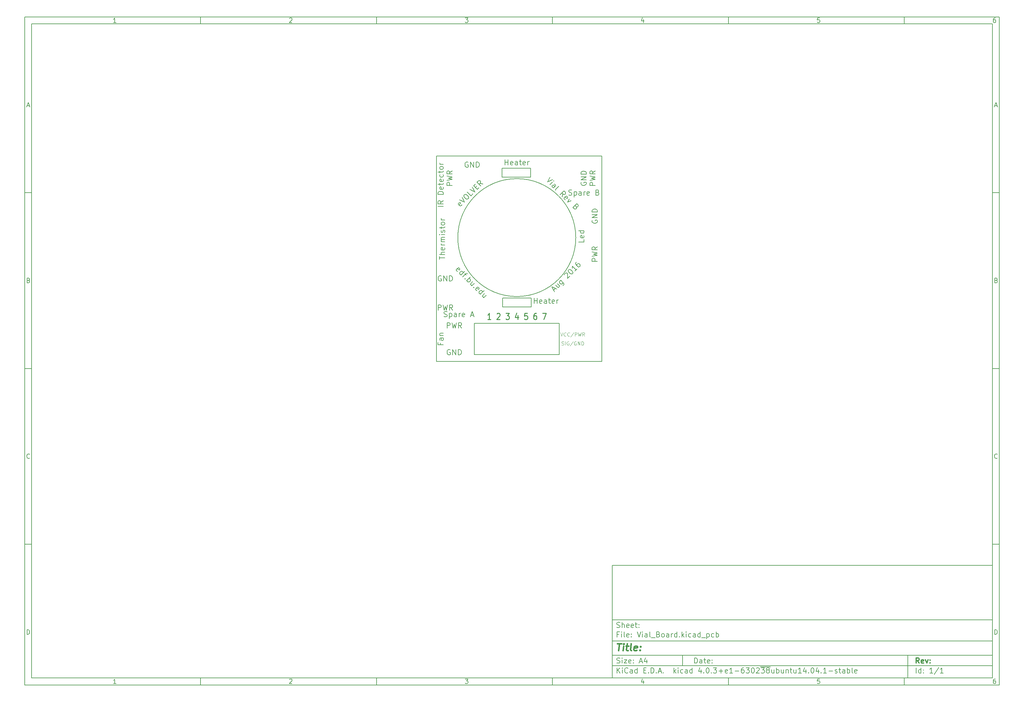
<source format=gbr>
G04 #@! TF.FileFunction,Legend,Top*
%FSLAX46Y46*%
G04 Gerber Fmt 4.6, Leading zero omitted, Abs format (unit mm)*
G04 Created by KiCad (PCBNEW 4.0.3+e1-6302~38~ubuntu14.04.1-stable) date Fri Aug 19 15:50:11 2016*
%MOMM*%
%LPD*%
G01*
G04 APERTURE LIST*
%ADD10C,0.100000*%
%ADD11C,0.150000*%
%ADD12C,0.300000*%
%ADD13C,0.400000*%
%ADD14C,0.177800*%
%ADD15C,0.254000*%
%ADD16C,0.076200*%
G04 APERTURE END LIST*
D10*
D11*
X177002200Y-166007200D02*
X177002200Y-198007200D01*
X285002200Y-198007200D01*
X285002200Y-166007200D01*
X177002200Y-166007200D01*
D10*
D11*
X10000000Y-10000000D02*
X10000000Y-200007200D01*
X287002200Y-200007200D01*
X287002200Y-10000000D01*
X10000000Y-10000000D01*
D10*
D11*
X12000000Y-12000000D02*
X12000000Y-198007200D01*
X285002200Y-198007200D01*
X285002200Y-12000000D01*
X12000000Y-12000000D01*
D10*
D11*
X60000000Y-12000000D02*
X60000000Y-10000000D01*
D10*
D11*
X110000000Y-12000000D02*
X110000000Y-10000000D01*
D10*
D11*
X160000000Y-12000000D02*
X160000000Y-10000000D01*
D10*
D11*
X210000000Y-12000000D02*
X210000000Y-10000000D01*
D10*
D11*
X260000000Y-12000000D02*
X260000000Y-10000000D01*
D10*
D11*
X35990476Y-11588095D02*
X35247619Y-11588095D01*
X35619048Y-11588095D02*
X35619048Y-10288095D01*
X35495238Y-10473810D01*
X35371429Y-10597619D01*
X35247619Y-10659524D01*
D10*
D11*
X85247619Y-10411905D02*
X85309524Y-10350000D01*
X85433333Y-10288095D01*
X85742857Y-10288095D01*
X85866667Y-10350000D01*
X85928571Y-10411905D01*
X85990476Y-10535714D01*
X85990476Y-10659524D01*
X85928571Y-10845238D01*
X85185714Y-11588095D01*
X85990476Y-11588095D01*
D10*
D11*
X135185714Y-10288095D02*
X135990476Y-10288095D01*
X135557143Y-10783333D01*
X135742857Y-10783333D01*
X135866667Y-10845238D01*
X135928571Y-10907143D01*
X135990476Y-11030952D01*
X135990476Y-11340476D01*
X135928571Y-11464286D01*
X135866667Y-11526190D01*
X135742857Y-11588095D01*
X135371429Y-11588095D01*
X135247619Y-11526190D01*
X135185714Y-11464286D01*
D10*
D11*
X185866667Y-10721429D02*
X185866667Y-11588095D01*
X185557143Y-10226190D02*
X185247619Y-11154762D01*
X186052381Y-11154762D01*
D10*
D11*
X235928571Y-10288095D02*
X235309524Y-10288095D01*
X235247619Y-10907143D01*
X235309524Y-10845238D01*
X235433333Y-10783333D01*
X235742857Y-10783333D01*
X235866667Y-10845238D01*
X235928571Y-10907143D01*
X235990476Y-11030952D01*
X235990476Y-11340476D01*
X235928571Y-11464286D01*
X235866667Y-11526190D01*
X235742857Y-11588095D01*
X235433333Y-11588095D01*
X235309524Y-11526190D01*
X235247619Y-11464286D01*
D10*
D11*
X285866667Y-10288095D02*
X285619048Y-10288095D01*
X285495238Y-10350000D01*
X285433333Y-10411905D01*
X285309524Y-10597619D01*
X285247619Y-10845238D01*
X285247619Y-11340476D01*
X285309524Y-11464286D01*
X285371429Y-11526190D01*
X285495238Y-11588095D01*
X285742857Y-11588095D01*
X285866667Y-11526190D01*
X285928571Y-11464286D01*
X285990476Y-11340476D01*
X285990476Y-11030952D01*
X285928571Y-10907143D01*
X285866667Y-10845238D01*
X285742857Y-10783333D01*
X285495238Y-10783333D01*
X285371429Y-10845238D01*
X285309524Y-10907143D01*
X285247619Y-11030952D01*
D10*
D11*
X60000000Y-198007200D02*
X60000000Y-200007200D01*
D10*
D11*
X110000000Y-198007200D02*
X110000000Y-200007200D01*
D10*
D11*
X160000000Y-198007200D02*
X160000000Y-200007200D01*
D10*
D11*
X210000000Y-198007200D02*
X210000000Y-200007200D01*
D10*
D11*
X260000000Y-198007200D02*
X260000000Y-200007200D01*
D10*
D11*
X35990476Y-199595295D02*
X35247619Y-199595295D01*
X35619048Y-199595295D02*
X35619048Y-198295295D01*
X35495238Y-198481010D01*
X35371429Y-198604819D01*
X35247619Y-198666724D01*
D10*
D11*
X85247619Y-198419105D02*
X85309524Y-198357200D01*
X85433333Y-198295295D01*
X85742857Y-198295295D01*
X85866667Y-198357200D01*
X85928571Y-198419105D01*
X85990476Y-198542914D01*
X85990476Y-198666724D01*
X85928571Y-198852438D01*
X85185714Y-199595295D01*
X85990476Y-199595295D01*
D10*
D11*
X135185714Y-198295295D02*
X135990476Y-198295295D01*
X135557143Y-198790533D01*
X135742857Y-198790533D01*
X135866667Y-198852438D01*
X135928571Y-198914343D01*
X135990476Y-199038152D01*
X135990476Y-199347676D01*
X135928571Y-199471486D01*
X135866667Y-199533390D01*
X135742857Y-199595295D01*
X135371429Y-199595295D01*
X135247619Y-199533390D01*
X135185714Y-199471486D01*
D10*
D11*
X185866667Y-198728629D02*
X185866667Y-199595295D01*
X185557143Y-198233390D02*
X185247619Y-199161962D01*
X186052381Y-199161962D01*
D10*
D11*
X235928571Y-198295295D02*
X235309524Y-198295295D01*
X235247619Y-198914343D01*
X235309524Y-198852438D01*
X235433333Y-198790533D01*
X235742857Y-198790533D01*
X235866667Y-198852438D01*
X235928571Y-198914343D01*
X235990476Y-199038152D01*
X235990476Y-199347676D01*
X235928571Y-199471486D01*
X235866667Y-199533390D01*
X235742857Y-199595295D01*
X235433333Y-199595295D01*
X235309524Y-199533390D01*
X235247619Y-199471486D01*
D10*
D11*
X285866667Y-198295295D02*
X285619048Y-198295295D01*
X285495238Y-198357200D01*
X285433333Y-198419105D01*
X285309524Y-198604819D01*
X285247619Y-198852438D01*
X285247619Y-199347676D01*
X285309524Y-199471486D01*
X285371429Y-199533390D01*
X285495238Y-199595295D01*
X285742857Y-199595295D01*
X285866667Y-199533390D01*
X285928571Y-199471486D01*
X285990476Y-199347676D01*
X285990476Y-199038152D01*
X285928571Y-198914343D01*
X285866667Y-198852438D01*
X285742857Y-198790533D01*
X285495238Y-198790533D01*
X285371429Y-198852438D01*
X285309524Y-198914343D01*
X285247619Y-199038152D01*
D10*
D11*
X10000000Y-60000000D02*
X12000000Y-60000000D01*
D10*
D11*
X10000000Y-110000000D02*
X12000000Y-110000000D01*
D10*
D11*
X10000000Y-160000000D02*
X12000000Y-160000000D01*
D10*
D11*
X10690476Y-35216667D02*
X11309524Y-35216667D01*
X10566667Y-35588095D02*
X11000000Y-34288095D01*
X11433333Y-35588095D01*
D10*
D11*
X11092857Y-84907143D02*
X11278571Y-84969048D01*
X11340476Y-85030952D01*
X11402381Y-85154762D01*
X11402381Y-85340476D01*
X11340476Y-85464286D01*
X11278571Y-85526190D01*
X11154762Y-85588095D01*
X10659524Y-85588095D01*
X10659524Y-84288095D01*
X11092857Y-84288095D01*
X11216667Y-84350000D01*
X11278571Y-84411905D01*
X11340476Y-84535714D01*
X11340476Y-84659524D01*
X11278571Y-84783333D01*
X11216667Y-84845238D01*
X11092857Y-84907143D01*
X10659524Y-84907143D01*
D10*
D11*
X11402381Y-135464286D02*
X11340476Y-135526190D01*
X11154762Y-135588095D01*
X11030952Y-135588095D01*
X10845238Y-135526190D01*
X10721429Y-135402381D01*
X10659524Y-135278571D01*
X10597619Y-135030952D01*
X10597619Y-134845238D01*
X10659524Y-134597619D01*
X10721429Y-134473810D01*
X10845238Y-134350000D01*
X11030952Y-134288095D01*
X11154762Y-134288095D01*
X11340476Y-134350000D01*
X11402381Y-134411905D01*
D10*
D11*
X10659524Y-185588095D02*
X10659524Y-184288095D01*
X10969048Y-184288095D01*
X11154762Y-184350000D01*
X11278571Y-184473810D01*
X11340476Y-184597619D01*
X11402381Y-184845238D01*
X11402381Y-185030952D01*
X11340476Y-185278571D01*
X11278571Y-185402381D01*
X11154762Y-185526190D01*
X10969048Y-185588095D01*
X10659524Y-185588095D01*
D10*
D11*
X287002200Y-60000000D02*
X285002200Y-60000000D01*
D10*
D11*
X287002200Y-110000000D02*
X285002200Y-110000000D01*
D10*
D11*
X287002200Y-160000000D02*
X285002200Y-160000000D01*
D10*
D11*
X285692676Y-35216667D02*
X286311724Y-35216667D01*
X285568867Y-35588095D02*
X286002200Y-34288095D01*
X286435533Y-35588095D01*
D10*
D11*
X286095057Y-84907143D02*
X286280771Y-84969048D01*
X286342676Y-85030952D01*
X286404581Y-85154762D01*
X286404581Y-85340476D01*
X286342676Y-85464286D01*
X286280771Y-85526190D01*
X286156962Y-85588095D01*
X285661724Y-85588095D01*
X285661724Y-84288095D01*
X286095057Y-84288095D01*
X286218867Y-84350000D01*
X286280771Y-84411905D01*
X286342676Y-84535714D01*
X286342676Y-84659524D01*
X286280771Y-84783333D01*
X286218867Y-84845238D01*
X286095057Y-84907143D01*
X285661724Y-84907143D01*
D10*
D11*
X286404581Y-135464286D02*
X286342676Y-135526190D01*
X286156962Y-135588095D01*
X286033152Y-135588095D01*
X285847438Y-135526190D01*
X285723629Y-135402381D01*
X285661724Y-135278571D01*
X285599819Y-135030952D01*
X285599819Y-134845238D01*
X285661724Y-134597619D01*
X285723629Y-134473810D01*
X285847438Y-134350000D01*
X286033152Y-134288095D01*
X286156962Y-134288095D01*
X286342676Y-134350000D01*
X286404581Y-134411905D01*
D10*
D11*
X285661724Y-185588095D02*
X285661724Y-184288095D01*
X285971248Y-184288095D01*
X286156962Y-184350000D01*
X286280771Y-184473810D01*
X286342676Y-184597619D01*
X286404581Y-184845238D01*
X286404581Y-185030952D01*
X286342676Y-185278571D01*
X286280771Y-185402381D01*
X286156962Y-185526190D01*
X285971248Y-185588095D01*
X285661724Y-185588095D01*
D10*
D11*
X200359343Y-193785771D02*
X200359343Y-192285771D01*
X200716486Y-192285771D01*
X200930771Y-192357200D01*
X201073629Y-192500057D01*
X201145057Y-192642914D01*
X201216486Y-192928629D01*
X201216486Y-193142914D01*
X201145057Y-193428629D01*
X201073629Y-193571486D01*
X200930771Y-193714343D01*
X200716486Y-193785771D01*
X200359343Y-193785771D01*
X202502200Y-193785771D02*
X202502200Y-193000057D01*
X202430771Y-192857200D01*
X202287914Y-192785771D01*
X202002200Y-192785771D01*
X201859343Y-192857200D01*
X202502200Y-193714343D02*
X202359343Y-193785771D01*
X202002200Y-193785771D01*
X201859343Y-193714343D01*
X201787914Y-193571486D01*
X201787914Y-193428629D01*
X201859343Y-193285771D01*
X202002200Y-193214343D01*
X202359343Y-193214343D01*
X202502200Y-193142914D01*
X203002200Y-192785771D02*
X203573629Y-192785771D01*
X203216486Y-192285771D02*
X203216486Y-193571486D01*
X203287914Y-193714343D01*
X203430772Y-193785771D01*
X203573629Y-193785771D01*
X204645057Y-193714343D02*
X204502200Y-193785771D01*
X204216486Y-193785771D01*
X204073629Y-193714343D01*
X204002200Y-193571486D01*
X204002200Y-193000057D01*
X204073629Y-192857200D01*
X204216486Y-192785771D01*
X204502200Y-192785771D01*
X204645057Y-192857200D01*
X204716486Y-193000057D01*
X204716486Y-193142914D01*
X204002200Y-193285771D01*
X205359343Y-193642914D02*
X205430771Y-193714343D01*
X205359343Y-193785771D01*
X205287914Y-193714343D01*
X205359343Y-193642914D01*
X205359343Y-193785771D01*
X205359343Y-192857200D02*
X205430771Y-192928629D01*
X205359343Y-193000057D01*
X205287914Y-192928629D01*
X205359343Y-192857200D01*
X205359343Y-193000057D01*
D10*
D11*
X177002200Y-194507200D02*
X285002200Y-194507200D01*
D10*
D11*
X178359343Y-196585771D02*
X178359343Y-195085771D01*
X179216486Y-196585771D02*
X178573629Y-195728629D01*
X179216486Y-195085771D02*
X178359343Y-195942914D01*
X179859343Y-196585771D02*
X179859343Y-195585771D01*
X179859343Y-195085771D02*
X179787914Y-195157200D01*
X179859343Y-195228629D01*
X179930771Y-195157200D01*
X179859343Y-195085771D01*
X179859343Y-195228629D01*
X181430772Y-196442914D02*
X181359343Y-196514343D01*
X181145057Y-196585771D01*
X181002200Y-196585771D01*
X180787915Y-196514343D01*
X180645057Y-196371486D01*
X180573629Y-196228629D01*
X180502200Y-195942914D01*
X180502200Y-195728629D01*
X180573629Y-195442914D01*
X180645057Y-195300057D01*
X180787915Y-195157200D01*
X181002200Y-195085771D01*
X181145057Y-195085771D01*
X181359343Y-195157200D01*
X181430772Y-195228629D01*
X182716486Y-196585771D02*
X182716486Y-195800057D01*
X182645057Y-195657200D01*
X182502200Y-195585771D01*
X182216486Y-195585771D01*
X182073629Y-195657200D01*
X182716486Y-196514343D02*
X182573629Y-196585771D01*
X182216486Y-196585771D01*
X182073629Y-196514343D01*
X182002200Y-196371486D01*
X182002200Y-196228629D01*
X182073629Y-196085771D01*
X182216486Y-196014343D01*
X182573629Y-196014343D01*
X182716486Y-195942914D01*
X184073629Y-196585771D02*
X184073629Y-195085771D01*
X184073629Y-196514343D02*
X183930772Y-196585771D01*
X183645058Y-196585771D01*
X183502200Y-196514343D01*
X183430772Y-196442914D01*
X183359343Y-196300057D01*
X183359343Y-195871486D01*
X183430772Y-195728629D01*
X183502200Y-195657200D01*
X183645058Y-195585771D01*
X183930772Y-195585771D01*
X184073629Y-195657200D01*
X185930772Y-195800057D02*
X186430772Y-195800057D01*
X186645058Y-196585771D02*
X185930772Y-196585771D01*
X185930772Y-195085771D01*
X186645058Y-195085771D01*
X187287915Y-196442914D02*
X187359343Y-196514343D01*
X187287915Y-196585771D01*
X187216486Y-196514343D01*
X187287915Y-196442914D01*
X187287915Y-196585771D01*
X188002201Y-196585771D02*
X188002201Y-195085771D01*
X188359344Y-195085771D01*
X188573629Y-195157200D01*
X188716487Y-195300057D01*
X188787915Y-195442914D01*
X188859344Y-195728629D01*
X188859344Y-195942914D01*
X188787915Y-196228629D01*
X188716487Y-196371486D01*
X188573629Y-196514343D01*
X188359344Y-196585771D01*
X188002201Y-196585771D01*
X189502201Y-196442914D02*
X189573629Y-196514343D01*
X189502201Y-196585771D01*
X189430772Y-196514343D01*
X189502201Y-196442914D01*
X189502201Y-196585771D01*
X190145058Y-196157200D02*
X190859344Y-196157200D01*
X190002201Y-196585771D02*
X190502201Y-195085771D01*
X191002201Y-196585771D01*
X191502201Y-196442914D02*
X191573629Y-196514343D01*
X191502201Y-196585771D01*
X191430772Y-196514343D01*
X191502201Y-196442914D01*
X191502201Y-196585771D01*
X194502201Y-196585771D02*
X194502201Y-195085771D01*
X194645058Y-196014343D02*
X195073629Y-196585771D01*
X195073629Y-195585771D02*
X194502201Y-196157200D01*
X195716487Y-196585771D02*
X195716487Y-195585771D01*
X195716487Y-195085771D02*
X195645058Y-195157200D01*
X195716487Y-195228629D01*
X195787915Y-195157200D01*
X195716487Y-195085771D01*
X195716487Y-195228629D01*
X197073630Y-196514343D02*
X196930773Y-196585771D01*
X196645059Y-196585771D01*
X196502201Y-196514343D01*
X196430773Y-196442914D01*
X196359344Y-196300057D01*
X196359344Y-195871486D01*
X196430773Y-195728629D01*
X196502201Y-195657200D01*
X196645059Y-195585771D01*
X196930773Y-195585771D01*
X197073630Y-195657200D01*
X198359344Y-196585771D02*
X198359344Y-195800057D01*
X198287915Y-195657200D01*
X198145058Y-195585771D01*
X197859344Y-195585771D01*
X197716487Y-195657200D01*
X198359344Y-196514343D02*
X198216487Y-196585771D01*
X197859344Y-196585771D01*
X197716487Y-196514343D01*
X197645058Y-196371486D01*
X197645058Y-196228629D01*
X197716487Y-196085771D01*
X197859344Y-196014343D01*
X198216487Y-196014343D01*
X198359344Y-195942914D01*
X199716487Y-196585771D02*
X199716487Y-195085771D01*
X199716487Y-196514343D02*
X199573630Y-196585771D01*
X199287916Y-196585771D01*
X199145058Y-196514343D01*
X199073630Y-196442914D01*
X199002201Y-196300057D01*
X199002201Y-195871486D01*
X199073630Y-195728629D01*
X199145058Y-195657200D01*
X199287916Y-195585771D01*
X199573630Y-195585771D01*
X199716487Y-195657200D01*
X202216487Y-195585771D02*
X202216487Y-196585771D01*
X201859344Y-195014343D02*
X201502201Y-196085771D01*
X202430773Y-196085771D01*
X203002201Y-196442914D02*
X203073629Y-196514343D01*
X203002201Y-196585771D01*
X202930772Y-196514343D01*
X203002201Y-196442914D01*
X203002201Y-196585771D01*
X204002201Y-195085771D02*
X204145058Y-195085771D01*
X204287915Y-195157200D01*
X204359344Y-195228629D01*
X204430773Y-195371486D01*
X204502201Y-195657200D01*
X204502201Y-196014343D01*
X204430773Y-196300057D01*
X204359344Y-196442914D01*
X204287915Y-196514343D01*
X204145058Y-196585771D01*
X204002201Y-196585771D01*
X203859344Y-196514343D01*
X203787915Y-196442914D01*
X203716487Y-196300057D01*
X203645058Y-196014343D01*
X203645058Y-195657200D01*
X203716487Y-195371486D01*
X203787915Y-195228629D01*
X203859344Y-195157200D01*
X204002201Y-195085771D01*
X205145058Y-196442914D02*
X205216486Y-196514343D01*
X205145058Y-196585771D01*
X205073629Y-196514343D01*
X205145058Y-196442914D01*
X205145058Y-196585771D01*
X205716487Y-195085771D02*
X206645058Y-195085771D01*
X206145058Y-195657200D01*
X206359344Y-195657200D01*
X206502201Y-195728629D01*
X206573630Y-195800057D01*
X206645058Y-195942914D01*
X206645058Y-196300057D01*
X206573630Y-196442914D01*
X206502201Y-196514343D01*
X206359344Y-196585771D01*
X205930772Y-196585771D01*
X205787915Y-196514343D01*
X205716487Y-196442914D01*
X207287915Y-196014343D02*
X208430772Y-196014343D01*
X207859343Y-196585771D02*
X207859343Y-195442914D01*
X209716486Y-196514343D02*
X209573629Y-196585771D01*
X209287915Y-196585771D01*
X209145058Y-196514343D01*
X209073629Y-196371486D01*
X209073629Y-195800057D01*
X209145058Y-195657200D01*
X209287915Y-195585771D01*
X209573629Y-195585771D01*
X209716486Y-195657200D01*
X209787915Y-195800057D01*
X209787915Y-195942914D01*
X209073629Y-196085771D01*
X211216486Y-196585771D02*
X210359343Y-196585771D01*
X210787915Y-196585771D02*
X210787915Y-195085771D01*
X210645058Y-195300057D01*
X210502200Y-195442914D01*
X210359343Y-195514343D01*
X211859343Y-196014343D02*
X213002200Y-196014343D01*
X214359343Y-195085771D02*
X214073629Y-195085771D01*
X213930772Y-195157200D01*
X213859343Y-195228629D01*
X213716486Y-195442914D01*
X213645057Y-195728629D01*
X213645057Y-196300057D01*
X213716486Y-196442914D01*
X213787914Y-196514343D01*
X213930772Y-196585771D01*
X214216486Y-196585771D01*
X214359343Y-196514343D01*
X214430772Y-196442914D01*
X214502200Y-196300057D01*
X214502200Y-195942914D01*
X214430772Y-195800057D01*
X214359343Y-195728629D01*
X214216486Y-195657200D01*
X213930772Y-195657200D01*
X213787914Y-195728629D01*
X213716486Y-195800057D01*
X213645057Y-195942914D01*
X215002200Y-195085771D02*
X215930771Y-195085771D01*
X215430771Y-195657200D01*
X215645057Y-195657200D01*
X215787914Y-195728629D01*
X215859343Y-195800057D01*
X215930771Y-195942914D01*
X215930771Y-196300057D01*
X215859343Y-196442914D01*
X215787914Y-196514343D01*
X215645057Y-196585771D01*
X215216485Y-196585771D01*
X215073628Y-196514343D01*
X215002200Y-196442914D01*
X216859342Y-195085771D02*
X217002199Y-195085771D01*
X217145056Y-195157200D01*
X217216485Y-195228629D01*
X217287914Y-195371486D01*
X217359342Y-195657200D01*
X217359342Y-196014343D01*
X217287914Y-196300057D01*
X217216485Y-196442914D01*
X217145056Y-196514343D01*
X217002199Y-196585771D01*
X216859342Y-196585771D01*
X216716485Y-196514343D01*
X216645056Y-196442914D01*
X216573628Y-196300057D01*
X216502199Y-196014343D01*
X216502199Y-195657200D01*
X216573628Y-195371486D01*
X216645056Y-195228629D01*
X216716485Y-195157200D01*
X216859342Y-195085771D01*
X217930770Y-195228629D02*
X218002199Y-195157200D01*
X218145056Y-195085771D01*
X218502199Y-195085771D01*
X218645056Y-195157200D01*
X218716485Y-195228629D01*
X218787913Y-195371486D01*
X218787913Y-195514343D01*
X218716485Y-195728629D01*
X217859342Y-196585771D01*
X218787913Y-196585771D01*
X219287913Y-195085771D02*
X220216484Y-195085771D01*
X219716484Y-195657200D01*
X219930770Y-195657200D01*
X220073627Y-195728629D01*
X220145056Y-195800057D01*
X220216484Y-195942914D01*
X220216484Y-196300057D01*
X220145056Y-196442914D01*
X220073627Y-196514343D01*
X219930770Y-196585771D01*
X219502198Y-196585771D01*
X219359341Y-196514343D01*
X219287913Y-196442914D01*
X221073627Y-195728629D02*
X220930769Y-195657200D01*
X220859341Y-195585771D01*
X220787912Y-195442914D01*
X220787912Y-195371486D01*
X220859341Y-195228629D01*
X220930769Y-195157200D01*
X221073627Y-195085771D01*
X221359341Y-195085771D01*
X221502198Y-195157200D01*
X221573627Y-195228629D01*
X221645055Y-195371486D01*
X221645055Y-195442914D01*
X221573627Y-195585771D01*
X221502198Y-195657200D01*
X221359341Y-195728629D01*
X221073627Y-195728629D01*
X220930769Y-195800057D01*
X220859341Y-195871486D01*
X220787912Y-196014343D01*
X220787912Y-196300057D01*
X220859341Y-196442914D01*
X220930769Y-196514343D01*
X221073627Y-196585771D01*
X221359341Y-196585771D01*
X221502198Y-196514343D01*
X221573627Y-196442914D01*
X221645055Y-196300057D01*
X221645055Y-196014343D01*
X221573627Y-195871486D01*
X221502198Y-195800057D01*
X221359341Y-195728629D01*
X219073627Y-194827200D02*
X221930769Y-194827200D01*
X222930769Y-195585771D02*
X222930769Y-196585771D01*
X222287912Y-195585771D02*
X222287912Y-196371486D01*
X222359340Y-196514343D01*
X222502198Y-196585771D01*
X222716483Y-196585771D01*
X222859340Y-196514343D01*
X222930769Y-196442914D01*
X223645055Y-196585771D02*
X223645055Y-195085771D01*
X223645055Y-195657200D02*
X223787912Y-195585771D01*
X224073626Y-195585771D01*
X224216483Y-195657200D01*
X224287912Y-195728629D01*
X224359341Y-195871486D01*
X224359341Y-196300057D01*
X224287912Y-196442914D01*
X224216483Y-196514343D01*
X224073626Y-196585771D01*
X223787912Y-196585771D01*
X223645055Y-196514343D01*
X225645055Y-195585771D02*
X225645055Y-196585771D01*
X225002198Y-195585771D02*
X225002198Y-196371486D01*
X225073626Y-196514343D01*
X225216484Y-196585771D01*
X225430769Y-196585771D01*
X225573626Y-196514343D01*
X225645055Y-196442914D01*
X226359341Y-195585771D02*
X226359341Y-196585771D01*
X226359341Y-195728629D02*
X226430769Y-195657200D01*
X226573627Y-195585771D01*
X226787912Y-195585771D01*
X226930769Y-195657200D01*
X227002198Y-195800057D01*
X227002198Y-196585771D01*
X227502198Y-195585771D02*
X228073627Y-195585771D01*
X227716484Y-195085771D02*
X227716484Y-196371486D01*
X227787912Y-196514343D01*
X227930770Y-196585771D01*
X228073627Y-196585771D01*
X229216484Y-195585771D02*
X229216484Y-196585771D01*
X228573627Y-195585771D02*
X228573627Y-196371486D01*
X228645055Y-196514343D01*
X228787913Y-196585771D01*
X229002198Y-196585771D01*
X229145055Y-196514343D01*
X229216484Y-196442914D01*
X230716484Y-196585771D02*
X229859341Y-196585771D01*
X230287913Y-196585771D02*
X230287913Y-195085771D01*
X230145056Y-195300057D01*
X230002198Y-195442914D01*
X229859341Y-195514343D01*
X232002198Y-195585771D02*
X232002198Y-196585771D01*
X231645055Y-195014343D02*
X231287912Y-196085771D01*
X232216484Y-196085771D01*
X232787912Y-196442914D02*
X232859340Y-196514343D01*
X232787912Y-196585771D01*
X232716483Y-196514343D01*
X232787912Y-196442914D01*
X232787912Y-196585771D01*
X233787912Y-195085771D02*
X233930769Y-195085771D01*
X234073626Y-195157200D01*
X234145055Y-195228629D01*
X234216484Y-195371486D01*
X234287912Y-195657200D01*
X234287912Y-196014343D01*
X234216484Y-196300057D01*
X234145055Y-196442914D01*
X234073626Y-196514343D01*
X233930769Y-196585771D01*
X233787912Y-196585771D01*
X233645055Y-196514343D01*
X233573626Y-196442914D01*
X233502198Y-196300057D01*
X233430769Y-196014343D01*
X233430769Y-195657200D01*
X233502198Y-195371486D01*
X233573626Y-195228629D01*
X233645055Y-195157200D01*
X233787912Y-195085771D01*
X235573626Y-195585771D02*
X235573626Y-196585771D01*
X235216483Y-195014343D02*
X234859340Y-196085771D01*
X235787912Y-196085771D01*
X236359340Y-196442914D02*
X236430768Y-196514343D01*
X236359340Y-196585771D01*
X236287911Y-196514343D01*
X236359340Y-196442914D01*
X236359340Y-196585771D01*
X237859340Y-196585771D02*
X237002197Y-196585771D01*
X237430769Y-196585771D02*
X237430769Y-195085771D01*
X237287912Y-195300057D01*
X237145054Y-195442914D01*
X237002197Y-195514343D01*
X238502197Y-196014343D02*
X239645054Y-196014343D01*
X240287911Y-196514343D02*
X240430768Y-196585771D01*
X240716483Y-196585771D01*
X240859340Y-196514343D01*
X240930768Y-196371486D01*
X240930768Y-196300057D01*
X240859340Y-196157200D01*
X240716483Y-196085771D01*
X240502197Y-196085771D01*
X240359340Y-196014343D01*
X240287911Y-195871486D01*
X240287911Y-195800057D01*
X240359340Y-195657200D01*
X240502197Y-195585771D01*
X240716483Y-195585771D01*
X240859340Y-195657200D01*
X241359340Y-195585771D02*
X241930769Y-195585771D01*
X241573626Y-195085771D02*
X241573626Y-196371486D01*
X241645054Y-196514343D01*
X241787912Y-196585771D01*
X241930769Y-196585771D01*
X243073626Y-196585771D02*
X243073626Y-195800057D01*
X243002197Y-195657200D01*
X242859340Y-195585771D01*
X242573626Y-195585771D01*
X242430769Y-195657200D01*
X243073626Y-196514343D02*
X242930769Y-196585771D01*
X242573626Y-196585771D01*
X242430769Y-196514343D01*
X242359340Y-196371486D01*
X242359340Y-196228629D01*
X242430769Y-196085771D01*
X242573626Y-196014343D01*
X242930769Y-196014343D01*
X243073626Y-195942914D01*
X243787912Y-196585771D02*
X243787912Y-195085771D01*
X243787912Y-195657200D02*
X243930769Y-195585771D01*
X244216483Y-195585771D01*
X244359340Y-195657200D01*
X244430769Y-195728629D01*
X244502198Y-195871486D01*
X244502198Y-196300057D01*
X244430769Y-196442914D01*
X244359340Y-196514343D01*
X244216483Y-196585771D01*
X243930769Y-196585771D01*
X243787912Y-196514343D01*
X245359341Y-196585771D02*
X245216483Y-196514343D01*
X245145055Y-196371486D01*
X245145055Y-195085771D01*
X246502197Y-196514343D02*
X246359340Y-196585771D01*
X246073626Y-196585771D01*
X245930769Y-196514343D01*
X245859340Y-196371486D01*
X245859340Y-195800057D01*
X245930769Y-195657200D01*
X246073626Y-195585771D01*
X246359340Y-195585771D01*
X246502197Y-195657200D01*
X246573626Y-195800057D01*
X246573626Y-195942914D01*
X245859340Y-196085771D01*
D10*
D11*
X177002200Y-191507200D02*
X285002200Y-191507200D01*
D10*
D12*
X264216486Y-193785771D02*
X263716486Y-193071486D01*
X263359343Y-193785771D02*
X263359343Y-192285771D01*
X263930771Y-192285771D01*
X264073629Y-192357200D01*
X264145057Y-192428629D01*
X264216486Y-192571486D01*
X264216486Y-192785771D01*
X264145057Y-192928629D01*
X264073629Y-193000057D01*
X263930771Y-193071486D01*
X263359343Y-193071486D01*
X265430771Y-193714343D02*
X265287914Y-193785771D01*
X265002200Y-193785771D01*
X264859343Y-193714343D01*
X264787914Y-193571486D01*
X264787914Y-193000057D01*
X264859343Y-192857200D01*
X265002200Y-192785771D01*
X265287914Y-192785771D01*
X265430771Y-192857200D01*
X265502200Y-193000057D01*
X265502200Y-193142914D01*
X264787914Y-193285771D01*
X266002200Y-192785771D02*
X266359343Y-193785771D01*
X266716485Y-192785771D01*
X267287914Y-193642914D02*
X267359342Y-193714343D01*
X267287914Y-193785771D01*
X267216485Y-193714343D01*
X267287914Y-193642914D01*
X267287914Y-193785771D01*
X267287914Y-192857200D02*
X267359342Y-192928629D01*
X267287914Y-193000057D01*
X267216485Y-192928629D01*
X267287914Y-192857200D01*
X267287914Y-193000057D01*
D10*
D11*
X178287914Y-193714343D02*
X178502200Y-193785771D01*
X178859343Y-193785771D01*
X179002200Y-193714343D01*
X179073629Y-193642914D01*
X179145057Y-193500057D01*
X179145057Y-193357200D01*
X179073629Y-193214343D01*
X179002200Y-193142914D01*
X178859343Y-193071486D01*
X178573629Y-193000057D01*
X178430771Y-192928629D01*
X178359343Y-192857200D01*
X178287914Y-192714343D01*
X178287914Y-192571486D01*
X178359343Y-192428629D01*
X178430771Y-192357200D01*
X178573629Y-192285771D01*
X178930771Y-192285771D01*
X179145057Y-192357200D01*
X179787914Y-193785771D02*
X179787914Y-192785771D01*
X179787914Y-192285771D02*
X179716485Y-192357200D01*
X179787914Y-192428629D01*
X179859342Y-192357200D01*
X179787914Y-192285771D01*
X179787914Y-192428629D01*
X180359343Y-192785771D02*
X181145057Y-192785771D01*
X180359343Y-193785771D01*
X181145057Y-193785771D01*
X182287914Y-193714343D02*
X182145057Y-193785771D01*
X181859343Y-193785771D01*
X181716486Y-193714343D01*
X181645057Y-193571486D01*
X181645057Y-193000057D01*
X181716486Y-192857200D01*
X181859343Y-192785771D01*
X182145057Y-192785771D01*
X182287914Y-192857200D01*
X182359343Y-193000057D01*
X182359343Y-193142914D01*
X181645057Y-193285771D01*
X183002200Y-193642914D02*
X183073628Y-193714343D01*
X183002200Y-193785771D01*
X182930771Y-193714343D01*
X183002200Y-193642914D01*
X183002200Y-193785771D01*
X183002200Y-192857200D02*
X183073628Y-192928629D01*
X183002200Y-193000057D01*
X182930771Y-192928629D01*
X183002200Y-192857200D01*
X183002200Y-193000057D01*
X184787914Y-193357200D02*
X185502200Y-193357200D01*
X184645057Y-193785771D02*
X185145057Y-192285771D01*
X185645057Y-193785771D01*
X186787914Y-192785771D02*
X186787914Y-193785771D01*
X186430771Y-192214343D02*
X186073628Y-193285771D01*
X187002200Y-193285771D01*
D10*
D11*
X263359343Y-196585771D02*
X263359343Y-195085771D01*
X264716486Y-196585771D02*
X264716486Y-195085771D01*
X264716486Y-196514343D02*
X264573629Y-196585771D01*
X264287915Y-196585771D01*
X264145057Y-196514343D01*
X264073629Y-196442914D01*
X264002200Y-196300057D01*
X264002200Y-195871486D01*
X264073629Y-195728629D01*
X264145057Y-195657200D01*
X264287915Y-195585771D01*
X264573629Y-195585771D01*
X264716486Y-195657200D01*
X265430772Y-196442914D02*
X265502200Y-196514343D01*
X265430772Y-196585771D01*
X265359343Y-196514343D01*
X265430772Y-196442914D01*
X265430772Y-196585771D01*
X265430772Y-195657200D02*
X265502200Y-195728629D01*
X265430772Y-195800057D01*
X265359343Y-195728629D01*
X265430772Y-195657200D01*
X265430772Y-195800057D01*
X268073629Y-196585771D02*
X267216486Y-196585771D01*
X267645058Y-196585771D02*
X267645058Y-195085771D01*
X267502201Y-195300057D01*
X267359343Y-195442914D01*
X267216486Y-195514343D01*
X269787914Y-195014343D02*
X268502200Y-196942914D01*
X271073629Y-196585771D02*
X270216486Y-196585771D01*
X270645058Y-196585771D02*
X270645058Y-195085771D01*
X270502201Y-195300057D01*
X270359343Y-195442914D01*
X270216486Y-195514343D01*
D10*
D11*
X177002200Y-187507200D02*
X285002200Y-187507200D01*
D10*
D13*
X178454581Y-188211962D02*
X179597438Y-188211962D01*
X178776010Y-190211962D02*
X179026010Y-188211962D01*
X180014105Y-190211962D02*
X180180771Y-188878629D01*
X180264105Y-188211962D02*
X180156962Y-188307200D01*
X180240295Y-188402438D01*
X180347439Y-188307200D01*
X180264105Y-188211962D01*
X180240295Y-188402438D01*
X180847438Y-188878629D02*
X181609343Y-188878629D01*
X181216486Y-188211962D02*
X181002200Y-189926248D01*
X181073630Y-190116724D01*
X181252201Y-190211962D01*
X181442677Y-190211962D01*
X182395058Y-190211962D02*
X182216487Y-190116724D01*
X182145057Y-189926248D01*
X182359343Y-188211962D01*
X183930772Y-190116724D02*
X183728391Y-190211962D01*
X183347439Y-190211962D01*
X183168867Y-190116724D01*
X183097438Y-189926248D01*
X183192676Y-189164343D01*
X183311724Y-188973867D01*
X183514105Y-188878629D01*
X183895057Y-188878629D01*
X184073629Y-188973867D01*
X184145057Y-189164343D01*
X184121248Y-189354819D01*
X183145057Y-189545295D01*
X184895057Y-190021486D02*
X184978392Y-190116724D01*
X184871248Y-190211962D01*
X184787915Y-190116724D01*
X184895057Y-190021486D01*
X184871248Y-190211962D01*
X185026010Y-188973867D02*
X185109344Y-189069105D01*
X185002200Y-189164343D01*
X184918867Y-189069105D01*
X185026010Y-188973867D01*
X185002200Y-189164343D01*
D10*
D11*
X178859343Y-185600057D02*
X178359343Y-185600057D01*
X178359343Y-186385771D02*
X178359343Y-184885771D01*
X179073629Y-184885771D01*
X179645057Y-186385771D02*
X179645057Y-185385771D01*
X179645057Y-184885771D02*
X179573628Y-184957200D01*
X179645057Y-185028629D01*
X179716485Y-184957200D01*
X179645057Y-184885771D01*
X179645057Y-185028629D01*
X180573629Y-186385771D02*
X180430771Y-186314343D01*
X180359343Y-186171486D01*
X180359343Y-184885771D01*
X181716485Y-186314343D02*
X181573628Y-186385771D01*
X181287914Y-186385771D01*
X181145057Y-186314343D01*
X181073628Y-186171486D01*
X181073628Y-185600057D01*
X181145057Y-185457200D01*
X181287914Y-185385771D01*
X181573628Y-185385771D01*
X181716485Y-185457200D01*
X181787914Y-185600057D01*
X181787914Y-185742914D01*
X181073628Y-185885771D01*
X182430771Y-186242914D02*
X182502199Y-186314343D01*
X182430771Y-186385771D01*
X182359342Y-186314343D01*
X182430771Y-186242914D01*
X182430771Y-186385771D01*
X182430771Y-185457200D02*
X182502199Y-185528629D01*
X182430771Y-185600057D01*
X182359342Y-185528629D01*
X182430771Y-185457200D01*
X182430771Y-185600057D01*
X184073628Y-184885771D02*
X184573628Y-186385771D01*
X185073628Y-184885771D01*
X185573628Y-186385771D02*
X185573628Y-185385771D01*
X185573628Y-184885771D02*
X185502199Y-184957200D01*
X185573628Y-185028629D01*
X185645056Y-184957200D01*
X185573628Y-184885771D01*
X185573628Y-185028629D01*
X186930771Y-186385771D02*
X186930771Y-185600057D01*
X186859342Y-185457200D01*
X186716485Y-185385771D01*
X186430771Y-185385771D01*
X186287914Y-185457200D01*
X186930771Y-186314343D02*
X186787914Y-186385771D01*
X186430771Y-186385771D01*
X186287914Y-186314343D01*
X186216485Y-186171486D01*
X186216485Y-186028629D01*
X186287914Y-185885771D01*
X186430771Y-185814343D01*
X186787914Y-185814343D01*
X186930771Y-185742914D01*
X187859343Y-186385771D02*
X187716485Y-186314343D01*
X187645057Y-186171486D01*
X187645057Y-184885771D01*
X188073628Y-186528629D02*
X189216485Y-186528629D01*
X190073628Y-185600057D02*
X190287914Y-185671486D01*
X190359342Y-185742914D01*
X190430771Y-185885771D01*
X190430771Y-186100057D01*
X190359342Y-186242914D01*
X190287914Y-186314343D01*
X190145056Y-186385771D01*
X189573628Y-186385771D01*
X189573628Y-184885771D01*
X190073628Y-184885771D01*
X190216485Y-184957200D01*
X190287914Y-185028629D01*
X190359342Y-185171486D01*
X190359342Y-185314343D01*
X190287914Y-185457200D01*
X190216485Y-185528629D01*
X190073628Y-185600057D01*
X189573628Y-185600057D01*
X191287914Y-186385771D02*
X191145056Y-186314343D01*
X191073628Y-186242914D01*
X191002199Y-186100057D01*
X191002199Y-185671486D01*
X191073628Y-185528629D01*
X191145056Y-185457200D01*
X191287914Y-185385771D01*
X191502199Y-185385771D01*
X191645056Y-185457200D01*
X191716485Y-185528629D01*
X191787914Y-185671486D01*
X191787914Y-186100057D01*
X191716485Y-186242914D01*
X191645056Y-186314343D01*
X191502199Y-186385771D01*
X191287914Y-186385771D01*
X193073628Y-186385771D02*
X193073628Y-185600057D01*
X193002199Y-185457200D01*
X192859342Y-185385771D01*
X192573628Y-185385771D01*
X192430771Y-185457200D01*
X193073628Y-186314343D02*
X192930771Y-186385771D01*
X192573628Y-186385771D01*
X192430771Y-186314343D01*
X192359342Y-186171486D01*
X192359342Y-186028629D01*
X192430771Y-185885771D01*
X192573628Y-185814343D01*
X192930771Y-185814343D01*
X193073628Y-185742914D01*
X193787914Y-186385771D02*
X193787914Y-185385771D01*
X193787914Y-185671486D02*
X193859342Y-185528629D01*
X193930771Y-185457200D01*
X194073628Y-185385771D01*
X194216485Y-185385771D01*
X195359342Y-186385771D02*
X195359342Y-184885771D01*
X195359342Y-186314343D02*
X195216485Y-186385771D01*
X194930771Y-186385771D01*
X194787913Y-186314343D01*
X194716485Y-186242914D01*
X194645056Y-186100057D01*
X194645056Y-185671486D01*
X194716485Y-185528629D01*
X194787913Y-185457200D01*
X194930771Y-185385771D01*
X195216485Y-185385771D01*
X195359342Y-185457200D01*
X196073628Y-186242914D02*
X196145056Y-186314343D01*
X196073628Y-186385771D01*
X196002199Y-186314343D01*
X196073628Y-186242914D01*
X196073628Y-186385771D01*
X196787914Y-186385771D02*
X196787914Y-184885771D01*
X196930771Y-185814343D02*
X197359342Y-186385771D01*
X197359342Y-185385771D02*
X196787914Y-185957200D01*
X198002200Y-186385771D02*
X198002200Y-185385771D01*
X198002200Y-184885771D02*
X197930771Y-184957200D01*
X198002200Y-185028629D01*
X198073628Y-184957200D01*
X198002200Y-184885771D01*
X198002200Y-185028629D01*
X199359343Y-186314343D02*
X199216486Y-186385771D01*
X198930772Y-186385771D01*
X198787914Y-186314343D01*
X198716486Y-186242914D01*
X198645057Y-186100057D01*
X198645057Y-185671486D01*
X198716486Y-185528629D01*
X198787914Y-185457200D01*
X198930772Y-185385771D01*
X199216486Y-185385771D01*
X199359343Y-185457200D01*
X200645057Y-186385771D02*
X200645057Y-185600057D01*
X200573628Y-185457200D01*
X200430771Y-185385771D01*
X200145057Y-185385771D01*
X200002200Y-185457200D01*
X200645057Y-186314343D02*
X200502200Y-186385771D01*
X200145057Y-186385771D01*
X200002200Y-186314343D01*
X199930771Y-186171486D01*
X199930771Y-186028629D01*
X200002200Y-185885771D01*
X200145057Y-185814343D01*
X200502200Y-185814343D01*
X200645057Y-185742914D01*
X202002200Y-186385771D02*
X202002200Y-184885771D01*
X202002200Y-186314343D02*
X201859343Y-186385771D01*
X201573629Y-186385771D01*
X201430771Y-186314343D01*
X201359343Y-186242914D01*
X201287914Y-186100057D01*
X201287914Y-185671486D01*
X201359343Y-185528629D01*
X201430771Y-185457200D01*
X201573629Y-185385771D01*
X201859343Y-185385771D01*
X202002200Y-185457200D01*
X202359343Y-186528629D02*
X203502200Y-186528629D01*
X203859343Y-185385771D02*
X203859343Y-186885771D01*
X203859343Y-185457200D02*
X204002200Y-185385771D01*
X204287914Y-185385771D01*
X204430771Y-185457200D01*
X204502200Y-185528629D01*
X204573629Y-185671486D01*
X204573629Y-186100057D01*
X204502200Y-186242914D01*
X204430771Y-186314343D01*
X204287914Y-186385771D01*
X204002200Y-186385771D01*
X203859343Y-186314343D01*
X205859343Y-186314343D02*
X205716486Y-186385771D01*
X205430772Y-186385771D01*
X205287914Y-186314343D01*
X205216486Y-186242914D01*
X205145057Y-186100057D01*
X205145057Y-185671486D01*
X205216486Y-185528629D01*
X205287914Y-185457200D01*
X205430772Y-185385771D01*
X205716486Y-185385771D01*
X205859343Y-185457200D01*
X206502200Y-186385771D02*
X206502200Y-184885771D01*
X206502200Y-185457200D02*
X206645057Y-185385771D01*
X206930771Y-185385771D01*
X207073628Y-185457200D01*
X207145057Y-185528629D01*
X207216486Y-185671486D01*
X207216486Y-186100057D01*
X207145057Y-186242914D01*
X207073628Y-186314343D01*
X206930771Y-186385771D01*
X206645057Y-186385771D01*
X206502200Y-186314343D01*
D10*
D11*
X177002200Y-181507200D02*
X285002200Y-181507200D01*
D10*
D11*
X178287914Y-183614343D02*
X178502200Y-183685771D01*
X178859343Y-183685771D01*
X179002200Y-183614343D01*
X179073629Y-183542914D01*
X179145057Y-183400057D01*
X179145057Y-183257200D01*
X179073629Y-183114343D01*
X179002200Y-183042914D01*
X178859343Y-182971486D01*
X178573629Y-182900057D01*
X178430771Y-182828629D01*
X178359343Y-182757200D01*
X178287914Y-182614343D01*
X178287914Y-182471486D01*
X178359343Y-182328629D01*
X178430771Y-182257200D01*
X178573629Y-182185771D01*
X178930771Y-182185771D01*
X179145057Y-182257200D01*
X179787914Y-183685771D02*
X179787914Y-182185771D01*
X180430771Y-183685771D02*
X180430771Y-182900057D01*
X180359342Y-182757200D01*
X180216485Y-182685771D01*
X180002200Y-182685771D01*
X179859342Y-182757200D01*
X179787914Y-182828629D01*
X181716485Y-183614343D02*
X181573628Y-183685771D01*
X181287914Y-183685771D01*
X181145057Y-183614343D01*
X181073628Y-183471486D01*
X181073628Y-182900057D01*
X181145057Y-182757200D01*
X181287914Y-182685771D01*
X181573628Y-182685771D01*
X181716485Y-182757200D01*
X181787914Y-182900057D01*
X181787914Y-183042914D01*
X181073628Y-183185771D01*
X183002199Y-183614343D02*
X182859342Y-183685771D01*
X182573628Y-183685771D01*
X182430771Y-183614343D01*
X182359342Y-183471486D01*
X182359342Y-182900057D01*
X182430771Y-182757200D01*
X182573628Y-182685771D01*
X182859342Y-182685771D01*
X183002199Y-182757200D01*
X183073628Y-182900057D01*
X183073628Y-183042914D01*
X182359342Y-183185771D01*
X183502199Y-182685771D02*
X184073628Y-182685771D01*
X183716485Y-182185771D02*
X183716485Y-183471486D01*
X183787913Y-183614343D01*
X183930771Y-183685771D01*
X184073628Y-183685771D01*
X184573628Y-183542914D02*
X184645056Y-183614343D01*
X184573628Y-183685771D01*
X184502199Y-183614343D01*
X184573628Y-183542914D01*
X184573628Y-183685771D01*
X184573628Y-182757200D02*
X184645056Y-182828629D01*
X184573628Y-182900057D01*
X184502199Y-182828629D01*
X184573628Y-182757200D01*
X184573628Y-182900057D01*
D10*
D11*
X197002200Y-191507200D02*
X197002200Y-194507200D01*
D10*
D11*
X261002200Y-191507200D02*
X261002200Y-198007200D01*
D14*
X160340271Y-87719739D02*
X160853428Y-87206582D01*
X160545534Y-88130266D02*
X159827114Y-86693425D01*
X161263955Y-87411845D01*
X161366586Y-85872372D02*
X162085007Y-86590793D01*
X160904745Y-86334214D02*
X161469217Y-86898687D01*
X161623165Y-86950003D01*
X161777112Y-86898688D01*
X161931060Y-86744740D01*
X161982375Y-86590792D01*
X161982375Y-86488161D01*
X162341585Y-84897373D02*
X163213953Y-85769741D01*
X163265269Y-85923688D01*
X163265268Y-86026320D01*
X163213953Y-86180267D01*
X163060006Y-86334214D01*
X162906058Y-86385530D01*
X163008690Y-85564478D02*
X162957374Y-85718425D01*
X162752111Y-85923689D01*
X162598164Y-85975003D01*
X162495533Y-85975004D01*
X162341585Y-85923688D01*
X162033691Y-85615793D01*
X161982375Y-85461846D01*
X161982375Y-85359215D01*
X162033691Y-85205268D01*
X162238954Y-85000005D01*
X162392901Y-84948689D01*
X163367900Y-83357900D02*
X163367900Y-83255269D01*
X163419216Y-83101322D01*
X163675795Y-82844743D01*
X163829742Y-82793427D01*
X163932373Y-82793427D01*
X164086321Y-82844743D01*
X164188952Y-82947374D01*
X164291583Y-83152638D01*
X164291584Y-84384216D01*
X164958689Y-83717111D01*
X164548163Y-81972375D02*
X164650795Y-81869744D01*
X164804742Y-81818428D01*
X164907373Y-81818428D01*
X165061320Y-81869744D01*
X165317899Y-82023691D01*
X165574478Y-82280269D01*
X165728425Y-82536849D01*
X165779741Y-82690796D01*
X165779741Y-82793427D01*
X165728425Y-82947374D01*
X165625794Y-83050006D01*
X165471846Y-83101321D01*
X165369215Y-83101321D01*
X165215267Y-83050006D01*
X164958689Y-82896058D01*
X164702110Y-82639480D01*
X164548162Y-82382901D01*
X164496847Y-82228953D01*
X164496847Y-82126322D01*
X164548163Y-81972375D01*
X167011319Y-81664480D02*
X166395530Y-82280269D01*
X166703425Y-81972375D02*
X165625794Y-80894745D01*
X165677109Y-81151323D01*
X165677110Y-81356586D01*
X165625794Y-81510533D01*
X166857372Y-79663166D02*
X166652109Y-79868429D01*
X166600793Y-80022376D01*
X166600793Y-80125007D01*
X166652109Y-80381587D01*
X166806056Y-80638164D01*
X167216583Y-81048691D01*
X167370530Y-81100007D01*
X167473161Y-81100006D01*
X167627108Y-81048692D01*
X167832371Y-80843428D01*
X167883687Y-80689481D01*
X167883687Y-80586850D01*
X167832371Y-80432902D01*
X167575793Y-80176323D01*
X167421845Y-80125008D01*
X167319213Y-80125007D01*
X167165266Y-80176323D01*
X166960003Y-80381587D01*
X166908688Y-80535533D01*
X166908688Y-80638165D01*
X166960004Y-80792112D01*
X133056288Y-82366656D02*
X132902340Y-82315340D01*
X132697077Y-82110077D01*
X132645762Y-81956129D01*
X132697078Y-81802182D01*
X133107603Y-81391656D01*
X133261551Y-81340340D01*
X133415498Y-81391656D01*
X133620761Y-81596920D01*
X133672077Y-81750867D01*
X133620761Y-81904814D01*
X133518129Y-82007445D01*
X132902340Y-81596920D01*
X133979971Y-83392971D02*
X135057602Y-82315340D01*
X134031287Y-83341655D02*
X133877339Y-83290339D01*
X133672076Y-83085076D01*
X133620761Y-82931129D01*
X133620761Y-82828497D01*
X133672077Y-82674550D01*
X133979972Y-82366656D01*
X134133919Y-82315339D01*
X134236550Y-82315340D01*
X134390497Y-82366656D01*
X134595760Y-82571919D01*
X134647076Y-82725866D01*
X135057602Y-83033761D02*
X135468127Y-83444286D01*
X134493128Y-83906128D02*
X135416812Y-82982444D01*
X135570760Y-82931129D01*
X135724706Y-82982444D01*
X135827338Y-83085076D01*
X135211549Y-84419285D02*
X135211549Y-84521917D01*
X135108917Y-84521917D01*
X135108918Y-84419285D01*
X135211549Y-84419285D01*
X135108917Y-84521917D01*
X135622074Y-85035074D02*
X136699705Y-83957444D01*
X136289180Y-84367969D02*
X136443127Y-84419285D01*
X136648390Y-84624549D01*
X136699706Y-84778496D01*
X136699706Y-84881127D01*
X136648390Y-85035074D01*
X136340495Y-85342968D01*
X136186548Y-85394285D01*
X136083917Y-85394285D01*
X135929969Y-85342969D01*
X135724706Y-85137706D01*
X135673391Y-84983758D01*
X137777336Y-85753495D02*
X137058915Y-86471915D01*
X137315494Y-85291653D02*
X136751021Y-85856126D01*
X136699706Y-86010073D01*
X136751021Y-86164020D01*
X136904968Y-86317968D01*
X137058916Y-86369284D01*
X137161547Y-86369284D01*
X137674704Y-86882441D02*
X137674705Y-86985073D01*
X137572073Y-86985073D01*
X137572073Y-86882441D01*
X137674704Y-86882441D01*
X137572073Y-86985073D01*
X138547073Y-87857440D02*
X138393125Y-87806125D01*
X138187862Y-87600861D01*
X138136546Y-87446914D01*
X138187862Y-87292967D01*
X138598388Y-86882441D01*
X138752335Y-86831125D01*
X138906282Y-86882441D01*
X139111545Y-87087704D01*
X139162861Y-87241651D01*
X139111545Y-87395598D01*
X139008914Y-87498230D01*
X138393125Y-87087704D01*
X139470756Y-88883755D02*
X140548386Y-87806125D01*
X139522072Y-88832439D02*
X139368124Y-88781124D01*
X139162861Y-88575861D01*
X139111546Y-88421914D01*
X139111545Y-88319282D01*
X139162861Y-88165335D01*
X139470756Y-87857440D01*
X139624703Y-87806124D01*
X139727335Y-87806125D01*
X139881281Y-87857440D01*
X140086544Y-88062703D01*
X140137861Y-88216650D01*
X141164175Y-89140334D02*
X140445755Y-89858755D01*
X140702333Y-88678492D02*
X140137861Y-89242965D01*
X140086545Y-89396913D01*
X140137860Y-89550860D01*
X140291808Y-89704807D01*
X140445755Y-89756123D01*
X140548386Y-89756123D01*
X159298355Y-55527493D02*
X158579934Y-56964334D01*
X160016775Y-56245914D01*
X159298355Y-57682755D02*
X160016775Y-56964334D01*
X160375986Y-56605124D02*
X160273355Y-56605124D01*
X160273355Y-56707755D01*
X160375986Y-56707756D01*
X160375986Y-56605124D01*
X160273355Y-56707755D01*
X160273354Y-58657754D02*
X160837828Y-58093280D01*
X160889144Y-57939333D01*
X160837828Y-57785386D01*
X160632564Y-57580123D01*
X160478617Y-57528807D01*
X160324670Y-58606438D02*
X160170722Y-58555122D01*
X159914144Y-58298544D01*
X159862828Y-58144596D01*
X159914145Y-57990649D01*
X160016776Y-57888017D01*
X160170722Y-57836702D01*
X160324670Y-57888017D01*
X160581249Y-58144596D01*
X160735196Y-58195912D01*
X160940458Y-59324858D02*
X160889144Y-59170911D01*
X160940459Y-59016963D01*
X161864142Y-58093280D01*
X162787826Y-61172226D02*
X162941774Y-60299857D01*
X162172037Y-60556437D02*
X163249668Y-59478806D01*
X163660194Y-59889332D01*
X163711509Y-60043279D01*
X163711510Y-60145910D01*
X163660194Y-60299857D01*
X163506246Y-60453805D01*
X163352300Y-60505121D01*
X163249668Y-60505121D01*
X163095721Y-60453805D01*
X162685195Y-60043279D01*
X163711510Y-61993278D02*
X163557562Y-61941962D01*
X163352299Y-61736699D01*
X163300984Y-61582751D01*
X163352300Y-61428804D01*
X163762826Y-61018279D01*
X163916773Y-60966962D01*
X164070720Y-61018279D01*
X164275983Y-61223542D01*
X164327299Y-61377489D01*
X164275983Y-61531436D01*
X164173351Y-61634067D01*
X163557562Y-61223542D01*
X164789140Y-61736699D02*
X164327298Y-62711698D01*
X165302298Y-62249857D01*
X166739139Y-63994592D02*
X166841771Y-64199855D01*
X166841771Y-64302487D01*
X166790455Y-64456434D01*
X166636508Y-64610381D01*
X166482561Y-64661697D01*
X166379929Y-64661696D01*
X166225982Y-64610382D01*
X165815455Y-64199855D01*
X166893086Y-63122225D01*
X167252296Y-63481435D01*
X167303613Y-63635382D01*
X167303613Y-63738013D01*
X167252297Y-63891961D01*
X167149666Y-63994592D01*
X166995718Y-64045908D01*
X166893087Y-64045908D01*
X166739139Y-63994592D01*
X166379929Y-63635382D01*
X134241191Y-63379576D02*
X134189876Y-63533524D01*
X133984613Y-63738787D01*
X133830665Y-63790102D01*
X133676718Y-63738786D01*
X133266192Y-63328261D01*
X133214876Y-63174314D01*
X133266192Y-63020367D01*
X133471456Y-62815103D01*
X133625403Y-62763787D01*
X133779350Y-62815103D01*
X133881981Y-62917735D01*
X133471456Y-63533524D01*
X133574087Y-61994051D02*
X135010928Y-62712472D01*
X134292508Y-61275631D01*
X134856981Y-60711157D02*
X135062244Y-60505894D01*
X135216191Y-60454579D01*
X135421454Y-60454579D01*
X135678033Y-60608526D01*
X136037243Y-60967736D01*
X136191190Y-61224315D01*
X136191190Y-61429578D01*
X136139875Y-61583525D01*
X135934612Y-61788788D01*
X135780664Y-61840103D01*
X135575401Y-61840103D01*
X135318823Y-61686156D01*
X134959613Y-61326946D01*
X134805665Y-61070368D01*
X134805665Y-60865104D01*
X134856981Y-60711157D01*
X137371452Y-60351948D02*
X136858295Y-60865105D01*
X135780664Y-59787474D01*
X136499085Y-59069054D02*
X137935926Y-59787474D01*
X137217505Y-58350633D01*
X138089873Y-58504580D02*
X138449083Y-58145370D01*
X139167503Y-58555897D02*
X138654346Y-59069054D01*
X137576715Y-57991423D01*
X138089873Y-57478266D01*
X140245134Y-57478266D02*
X139372766Y-57324318D01*
X139629345Y-58094055D02*
X138551714Y-57016424D01*
X138962241Y-56605898D01*
X139116187Y-56554582D01*
X139218819Y-56554581D01*
X139372766Y-56605898D01*
X139526714Y-56759845D01*
X139578029Y-56913792D01*
X139578029Y-57016424D01*
X139526714Y-57170370D01*
X139116187Y-57580897D01*
D15*
X142457713Y-96054333D02*
X141586856Y-96054333D01*
X142022284Y-96054333D02*
X142022284Y-94276333D01*
X141877141Y-94530333D01*
X141731999Y-94699667D01*
X141586856Y-94784333D01*
X144199428Y-94445667D02*
X144271999Y-94361000D01*
X144417142Y-94276333D01*
X144779999Y-94276333D01*
X144925142Y-94361000D01*
X144997713Y-94445667D01*
X145070285Y-94615000D01*
X145070285Y-94784333D01*
X144997713Y-95038333D01*
X144126856Y-96054333D01*
X145070285Y-96054333D01*
X146739428Y-94276333D02*
X147682857Y-94276333D01*
X147174857Y-94953667D01*
X147392571Y-94953667D01*
X147537714Y-95038333D01*
X147610285Y-95123000D01*
X147682857Y-95292333D01*
X147682857Y-95715667D01*
X147610285Y-95885000D01*
X147537714Y-95969667D01*
X147392571Y-96054333D01*
X146957143Y-96054333D01*
X146812000Y-95969667D01*
X146739428Y-95885000D01*
X150150286Y-94869000D02*
X150150286Y-96054333D01*
X149787429Y-94191667D02*
X149424572Y-95461667D01*
X150368000Y-95461667D01*
X152835429Y-94276333D02*
X152109715Y-94276333D01*
X152037144Y-95123000D01*
X152109715Y-95038333D01*
X152254858Y-94953667D01*
X152617715Y-94953667D01*
X152762858Y-95038333D01*
X152835429Y-95123000D01*
X152908001Y-95292333D01*
X152908001Y-95715667D01*
X152835429Y-95885000D01*
X152762858Y-95969667D01*
X152617715Y-96054333D01*
X152254858Y-96054333D01*
X152109715Y-95969667D01*
X152037144Y-95885000D01*
X155375430Y-94276333D02*
X155085144Y-94276333D01*
X154940001Y-94361000D01*
X154867430Y-94445667D01*
X154722287Y-94699667D01*
X154649716Y-95038333D01*
X154649716Y-95715667D01*
X154722287Y-95885000D01*
X154794859Y-95969667D01*
X154940001Y-96054333D01*
X155230287Y-96054333D01*
X155375430Y-95969667D01*
X155448001Y-95885000D01*
X155520573Y-95715667D01*
X155520573Y-95292333D01*
X155448001Y-95123000D01*
X155375430Y-95038333D01*
X155230287Y-94953667D01*
X154940001Y-94953667D01*
X154794859Y-95038333D01*
X154722287Y-95123000D01*
X154649716Y-95292333D01*
X157189716Y-94276333D02*
X158205716Y-94276333D01*
X157552573Y-96054333D01*
D16*
X162614429Y-103281238D02*
X162759572Y-103329619D01*
X163001476Y-103329619D01*
X163098238Y-103281238D01*
X163146619Y-103232857D01*
X163195000Y-103136095D01*
X163195000Y-103039333D01*
X163146619Y-102942571D01*
X163098238Y-102894190D01*
X163001476Y-102845810D01*
X162807953Y-102797429D01*
X162711191Y-102749048D01*
X162662810Y-102700667D01*
X162614429Y-102603905D01*
X162614429Y-102507143D01*
X162662810Y-102410381D01*
X162711191Y-102362000D01*
X162807953Y-102313619D01*
X163049857Y-102313619D01*
X163195000Y-102362000D01*
X163630429Y-103329619D02*
X163630429Y-102313619D01*
X164646429Y-102362000D02*
X164549667Y-102313619D01*
X164404524Y-102313619D01*
X164259382Y-102362000D01*
X164162620Y-102458762D01*
X164114239Y-102555524D01*
X164065858Y-102749048D01*
X164065858Y-102894190D01*
X164114239Y-103087714D01*
X164162620Y-103184476D01*
X164259382Y-103281238D01*
X164404524Y-103329619D01*
X164501286Y-103329619D01*
X164646429Y-103281238D01*
X164694810Y-103232857D01*
X164694810Y-102894190D01*
X164501286Y-102894190D01*
X165855953Y-102265238D02*
X164985096Y-103571524D01*
X166726810Y-102362000D02*
X166630048Y-102313619D01*
X166484905Y-102313619D01*
X166339763Y-102362000D01*
X166243001Y-102458762D01*
X166194620Y-102555524D01*
X166146239Y-102749048D01*
X166146239Y-102894190D01*
X166194620Y-103087714D01*
X166243001Y-103184476D01*
X166339763Y-103281238D01*
X166484905Y-103329619D01*
X166581667Y-103329619D01*
X166726810Y-103281238D01*
X166775191Y-103232857D01*
X166775191Y-102894190D01*
X166581667Y-102894190D01*
X167210620Y-103329619D02*
X167210620Y-102313619D01*
X167791191Y-103329619D01*
X167791191Y-102313619D01*
X168275001Y-103329619D02*
X168275001Y-102313619D01*
X168516906Y-102313619D01*
X168662048Y-102362000D01*
X168758810Y-102458762D01*
X168807191Y-102555524D01*
X168855572Y-102749048D01*
X168855572Y-102894190D01*
X168807191Y-103087714D01*
X168758810Y-103184476D01*
X168662048Y-103281238D01*
X168516906Y-103329619D01*
X168275001Y-103329619D01*
X162251572Y-99773619D02*
X162590239Y-100789619D01*
X162928905Y-99773619D01*
X163848143Y-100692857D02*
X163799762Y-100741238D01*
X163654619Y-100789619D01*
X163557857Y-100789619D01*
X163412715Y-100741238D01*
X163315953Y-100644476D01*
X163267572Y-100547714D01*
X163219191Y-100354190D01*
X163219191Y-100209048D01*
X163267572Y-100015524D01*
X163315953Y-99918762D01*
X163412715Y-99822000D01*
X163557857Y-99773619D01*
X163654619Y-99773619D01*
X163799762Y-99822000D01*
X163848143Y-99870381D01*
X164864143Y-100692857D02*
X164815762Y-100741238D01*
X164670619Y-100789619D01*
X164573857Y-100789619D01*
X164428715Y-100741238D01*
X164331953Y-100644476D01*
X164283572Y-100547714D01*
X164235191Y-100354190D01*
X164235191Y-100209048D01*
X164283572Y-100015524D01*
X164331953Y-99918762D01*
X164428715Y-99822000D01*
X164573857Y-99773619D01*
X164670619Y-99773619D01*
X164815762Y-99822000D01*
X164864143Y-99870381D01*
X166025286Y-99725238D02*
X165154429Y-101031524D01*
X166363953Y-100789619D02*
X166363953Y-99773619D01*
X166751000Y-99773619D01*
X166847762Y-99822000D01*
X166896143Y-99870381D01*
X166944524Y-99967143D01*
X166944524Y-100112286D01*
X166896143Y-100209048D01*
X166847762Y-100257429D01*
X166751000Y-100305810D01*
X166363953Y-100305810D01*
X167283191Y-99773619D02*
X167525096Y-100789619D01*
X167718619Y-100063905D01*
X167912143Y-100789619D01*
X168154048Y-99773619D01*
X169121667Y-100789619D02*
X168783001Y-100305810D01*
X168541096Y-100789619D02*
X168541096Y-99773619D01*
X168928143Y-99773619D01*
X169024905Y-99822000D01*
X169073286Y-99870381D01*
X169121667Y-99967143D01*
X169121667Y-100112286D01*
X169073286Y-100209048D01*
X169024905Y-100257429D01*
X168928143Y-100305810D01*
X168541096Y-100305810D01*
D14*
X172139429Y-57912000D02*
X170615429Y-57912000D01*
X170615429Y-57331428D01*
X170688000Y-57186286D01*
X170760571Y-57113714D01*
X170905714Y-57041143D01*
X171123429Y-57041143D01*
X171268571Y-57113714D01*
X171341143Y-57186286D01*
X171413714Y-57331428D01*
X171413714Y-57912000D01*
X170615429Y-56533143D02*
X172139429Y-56170286D01*
X171050857Y-55880000D01*
X172139429Y-55589714D01*
X170615429Y-55226857D01*
X172139429Y-53775429D02*
X171413714Y-54283429D01*
X172139429Y-54646286D02*
X170615429Y-54646286D01*
X170615429Y-54065714D01*
X170688000Y-53920572D01*
X170760571Y-53848000D01*
X170905714Y-53775429D01*
X171123429Y-53775429D01*
X171268571Y-53848000D01*
X171341143Y-53920572D01*
X171413714Y-54065714D01*
X171413714Y-54646286D01*
X135998858Y-51308000D02*
X135853715Y-51235429D01*
X135636001Y-51235429D01*
X135418286Y-51308000D01*
X135273144Y-51453143D01*
X135200572Y-51598286D01*
X135128001Y-51888571D01*
X135128001Y-52106286D01*
X135200572Y-52396571D01*
X135273144Y-52541714D01*
X135418286Y-52686857D01*
X135636001Y-52759429D01*
X135781144Y-52759429D01*
X135998858Y-52686857D01*
X136071429Y-52614286D01*
X136071429Y-52106286D01*
X135781144Y-52106286D01*
X136724572Y-52759429D02*
X136724572Y-51235429D01*
X137595429Y-52759429D01*
X137595429Y-51235429D01*
X138321143Y-52759429D02*
X138321143Y-51235429D01*
X138684000Y-51235429D01*
X138901715Y-51308000D01*
X139046857Y-51453143D01*
X139119429Y-51598286D01*
X139192000Y-51888571D01*
X139192000Y-52106286D01*
X139119429Y-52396571D01*
X139046857Y-52541714D01*
X138901715Y-52686857D01*
X138684000Y-52759429D01*
X138321143Y-52759429D01*
X131499429Y-57912000D02*
X129975429Y-57912000D01*
X129975429Y-57331428D01*
X130048000Y-57186286D01*
X130120571Y-57113714D01*
X130265714Y-57041143D01*
X130483429Y-57041143D01*
X130628571Y-57113714D01*
X130701143Y-57186286D01*
X130773714Y-57331428D01*
X130773714Y-57912000D01*
X129975429Y-56533143D02*
X131499429Y-56170286D01*
X130410857Y-55880000D01*
X131499429Y-55589714D01*
X129975429Y-55226857D01*
X131499429Y-53775429D02*
X130773714Y-54283429D01*
X131499429Y-54646286D02*
X129975429Y-54646286D01*
X129975429Y-54065714D01*
X130048000Y-53920572D01*
X130120571Y-53848000D01*
X130265714Y-53775429D01*
X130483429Y-53775429D01*
X130628571Y-53848000D01*
X130701143Y-53920572D01*
X130773714Y-54065714D01*
X130773714Y-54646286D01*
X168148000Y-57041142D02*
X168075429Y-57186285D01*
X168075429Y-57403999D01*
X168148000Y-57621714D01*
X168293143Y-57766856D01*
X168438286Y-57839428D01*
X168728571Y-57911999D01*
X168946286Y-57911999D01*
X169236571Y-57839428D01*
X169381714Y-57766856D01*
X169526857Y-57621714D01*
X169599429Y-57403999D01*
X169599429Y-57258856D01*
X169526857Y-57041142D01*
X169454286Y-56968571D01*
X168946286Y-56968571D01*
X168946286Y-57258856D01*
X169599429Y-56315428D02*
X168075429Y-56315428D01*
X169599429Y-55444571D01*
X168075429Y-55444571D01*
X169599429Y-54718857D02*
X168075429Y-54718857D01*
X168075429Y-54356000D01*
X168148000Y-54138285D01*
X168293143Y-53993143D01*
X168438286Y-53920571D01*
X168728571Y-53848000D01*
X168946286Y-53848000D01*
X169236571Y-53920571D01*
X169381714Y-53993143D01*
X169526857Y-54138285D01*
X169599429Y-54356000D01*
X169599429Y-54718857D01*
X171323000Y-67836142D02*
X171250429Y-67981285D01*
X171250429Y-68198999D01*
X171323000Y-68416714D01*
X171468143Y-68561856D01*
X171613286Y-68634428D01*
X171903571Y-68706999D01*
X172121286Y-68706999D01*
X172411571Y-68634428D01*
X172556714Y-68561856D01*
X172701857Y-68416714D01*
X172774429Y-68198999D01*
X172774429Y-68053856D01*
X172701857Y-67836142D01*
X172629286Y-67763571D01*
X172121286Y-67763571D01*
X172121286Y-68053856D01*
X172774429Y-67110428D02*
X171250429Y-67110428D01*
X172774429Y-66239571D01*
X171250429Y-66239571D01*
X172774429Y-65513857D02*
X171250429Y-65513857D01*
X171250429Y-65151000D01*
X171323000Y-64933285D01*
X171468143Y-64788143D01*
X171613286Y-64715571D01*
X171903571Y-64643000D01*
X172121286Y-64643000D01*
X172411571Y-64715571D01*
X172556714Y-64788143D01*
X172701857Y-64933285D01*
X172774429Y-65151000D01*
X172774429Y-65513857D01*
X172774429Y-79502000D02*
X171250429Y-79502000D01*
X171250429Y-78921428D01*
X171323000Y-78776286D01*
X171395571Y-78703714D01*
X171540714Y-78631143D01*
X171758429Y-78631143D01*
X171903571Y-78703714D01*
X171976143Y-78776286D01*
X172048714Y-78921428D01*
X172048714Y-79502000D01*
X171250429Y-78123143D02*
X172774429Y-77760286D01*
X171685857Y-77470000D01*
X172774429Y-77179714D01*
X171250429Y-76816857D01*
X172774429Y-75365429D02*
X172048714Y-75873429D01*
X172774429Y-76236286D02*
X171250429Y-76236286D01*
X171250429Y-75655714D01*
X171323000Y-75510572D01*
X171395571Y-75438000D01*
X171540714Y-75365429D01*
X171758429Y-75365429D01*
X171903571Y-75438000D01*
X171976143Y-75510572D01*
X172048714Y-75655714D01*
X172048714Y-76236286D01*
X128378858Y-83693000D02*
X128233715Y-83620429D01*
X128016001Y-83620429D01*
X127798286Y-83693000D01*
X127653144Y-83838143D01*
X127580572Y-83983286D01*
X127508001Y-84273571D01*
X127508001Y-84491286D01*
X127580572Y-84781571D01*
X127653144Y-84926714D01*
X127798286Y-85071857D01*
X128016001Y-85144429D01*
X128161144Y-85144429D01*
X128378858Y-85071857D01*
X128451429Y-84999286D01*
X128451429Y-84491286D01*
X128161144Y-84491286D01*
X129104572Y-85144429D02*
X129104572Y-83620429D01*
X129975429Y-85144429D01*
X129975429Y-83620429D01*
X130701143Y-85144429D02*
X130701143Y-83620429D01*
X131064000Y-83620429D01*
X131281715Y-83693000D01*
X131426857Y-83838143D01*
X131499429Y-83983286D01*
X131572000Y-84273571D01*
X131572000Y-84491286D01*
X131499429Y-84781571D01*
X131426857Y-84926714D01*
X131281715Y-85071857D01*
X131064000Y-85144429D01*
X130701143Y-85144429D01*
X127508000Y-93399429D02*
X127508000Y-91875429D01*
X128088572Y-91875429D01*
X128233714Y-91948000D01*
X128306286Y-92020571D01*
X128378857Y-92165714D01*
X128378857Y-92383429D01*
X128306286Y-92528571D01*
X128233714Y-92601143D01*
X128088572Y-92673714D01*
X127508000Y-92673714D01*
X128886857Y-91875429D02*
X129249714Y-93399429D01*
X129540000Y-92310857D01*
X129830286Y-93399429D01*
X130193143Y-91875429D01*
X131644571Y-93399429D02*
X131136571Y-92673714D01*
X130773714Y-93399429D02*
X130773714Y-91875429D01*
X131354286Y-91875429D01*
X131499428Y-91948000D01*
X131572000Y-92020571D01*
X131644571Y-92165714D01*
X131644571Y-92383429D01*
X131572000Y-92528571D01*
X131499428Y-92601143D01*
X131354286Y-92673714D01*
X130773714Y-92673714D01*
X130918858Y-104648000D02*
X130773715Y-104575429D01*
X130556001Y-104575429D01*
X130338286Y-104648000D01*
X130193144Y-104793143D01*
X130120572Y-104938286D01*
X130048001Y-105228571D01*
X130048001Y-105446286D01*
X130120572Y-105736571D01*
X130193144Y-105881714D01*
X130338286Y-106026857D01*
X130556001Y-106099429D01*
X130701144Y-106099429D01*
X130918858Y-106026857D01*
X130991429Y-105954286D01*
X130991429Y-105446286D01*
X130701144Y-105446286D01*
X131644572Y-106099429D02*
X131644572Y-104575429D01*
X132515429Y-106099429D01*
X132515429Y-104575429D01*
X133241143Y-106099429D02*
X133241143Y-104575429D01*
X133604000Y-104575429D01*
X133821715Y-104648000D01*
X133966857Y-104793143D01*
X134039429Y-104938286D01*
X134112000Y-105228571D01*
X134112000Y-105446286D01*
X134039429Y-105736571D01*
X133966857Y-105881714D01*
X133821715Y-106026857D01*
X133604000Y-106099429D01*
X133241143Y-106099429D01*
X130048000Y-98479429D02*
X130048000Y-96955429D01*
X130628572Y-96955429D01*
X130773714Y-97028000D01*
X130846286Y-97100571D01*
X130918857Y-97245714D01*
X130918857Y-97463429D01*
X130846286Y-97608571D01*
X130773714Y-97681143D01*
X130628572Y-97753714D01*
X130048000Y-97753714D01*
X131426857Y-96955429D02*
X131789714Y-98479429D01*
X132080000Y-97390857D01*
X132370286Y-98479429D01*
X132733143Y-96955429D01*
X134184571Y-98479429D02*
X133676571Y-97753714D01*
X133313714Y-98479429D02*
X133313714Y-96955429D01*
X133894286Y-96955429D01*
X134039428Y-97028000D01*
X134112000Y-97100571D01*
X134184571Y-97245714D01*
X134184571Y-97463429D01*
X134112000Y-97608571D01*
X134039428Y-97681143D01*
X133894286Y-97753714D01*
X133313714Y-97753714D01*
X146521714Y-52124429D02*
X146521714Y-50600429D01*
X146521714Y-51326143D02*
X147392571Y-51326143D01*
X147392571Y-52124429D02*
X147392571Y-50600429D01*
X148698857Y-52051857D02*
X148553714Y-52124429D01*
X148263428Y-52124429D01*
X148118285Y-52051857D01*
X148045714Y-51906714D01*
X148045714Y-51326143D01*
X148118285Y-51181000D01*
X148263428Y-51108429D01*
X148553714Y-51108429D01*
X148698857Y-51181000D01*
X148771428Y-51326143D01*
X148771428Y-51471286D01*
X148045714Y-51616429D01*
X150077714Y-52124429D02*
X150077714Y-51326143D01*
X150005143Y-51181000D01*
X149860000Y-51108429D01*
X149569714Y-51108429D01*
X149424571Y-51181000D01*
X150077714Y-52051857D02*
X149932571Y-52124429D01*
X149569714Y-52124429D01*
X149424571Y-52051857D01*
X149352000Y-51906714D01*
X149352000Y-51761571D01*
X149424571Y-51616429D01*
X149569714Y-51543857D01*
X149932571Y-51543857D01*
X150077714Y-51471286D01*
X150585714Y-51108429D02*
X151166285Y-51108429D01*
X150803428Y-50600429D02*
X150803428Y-51906714D01*
X150876000Y-52051857D01*
X151021142Y-52124429D01*
X151166285Y-52124429D01*
X152254857Y-52051857D02*
X152109714Y-52124429D01*
X151819428Y-52124429D01*
X151674285Y-52051857D01*
X151601714Y-51906714D01*
X151601714Y-51326143D01*
X151674285Y-51181000D01*
X151819428Y-51108429D01*
X152109714Y-51108429D01*
X152254857Y-51181000D01*
X152327428Y-51326143D01*
X152327428Y-51471286D01*
X151601714Y-51616429D01*
X152980571Y-52124429D02*
X152980571Y-51108429D01*
X152980571Y-51398714D02*
X153053143Y-51253571D01*
X153125714Y-51181000D01*
X153270857Y-51108429D01*
X153416000Y-51108429D01*
X154776714Y-91494429D02*
X154776714Y-89970429D01*
X154776714Y-90696143D02*
X155647571Y-90696143D01*
X155647571Y-91494429D02*
X155647571Y-89970429D01*
X156953857Y-91421857D02*
X156808714Y-91494429D01*
X156518428Y-91494429D01*
X156373285Y-91421857D01*
X156300714Y-91276714D01*
X156300714Y-90696143D01*
X156373285Y-90551000D01*
X156518428Y-90478429D01*
X156808714Y-90478429D01*
X156953857Y-90551000D01*
X157026428Y-90696143D01*
X157026428Y-90841286D01*
X156300714Y-90986429D01*
X158332714Y-91494429D02*
X158332714Y-90696143D01*
X158260143Y-90551000D01*
X158115000Y-90478429D01*
X157824714Y-90478429D01*
X157679571Y-90551000D01*
X158332714Y-91421857D02*
X158187571Y-91494429D01*
X157824714Y-91494429D01*
X157679571Y-91421857D01*
X157607000Y-91276714D01*
X157607000Y-91131571D01*
X157679571Y-90986429D01*
X157824714Y-90913857D01*
X158187571Y-90913857D01*
X158332714Y-90841286D01*
X158840714Y-90478429D02*
X159421285Y-90478429D01*
X159058428Y-89970429D02*
X159058428Y-91276714D01*
X159131000Y-91421857D01*
X159276142Y-91494429D01*
X159421285Y-91494429D01*
X160509857Y-91421857D02*
X160364714Y-91494429D01*
X160074428Y-91494429D01*
X159929285Y-91421857D01*
X159856714Y-91276714D01*
X159856714Y-90696143D01*
X159929285Y-90551000D01*
X160074428Y-90478429D01*
X160364714Y-90478429D01*
X160509857Y-90551000D01*
X160582428Y-90696143D01*
X160582428Y-90841286D01*
X159856714Y-90986429D01*
X161235571Y-91494429D02*
X161235571Y-90478429D01*
X161235571Y-90768714D02*
X161308143Y-90623571D01*
X161380714Y-90551000D01*
X161525857Y-90478429D01*
X161671000Y-90478429D01*
D11*
X166624000Y-72760840D02*
G75*
G03X166624000Y-72760840I-16764000J0D01*
G01*
X127000000Y-107950000D02*
X173990000Y-107950000D01*
X127000000Y-49530000D02*
X173990000Y-49530000D01*
X173990000Y-49530000D02*
X173990000Y-107950000D01*
X127000000Y-49530000D02*
X127000000Y-107950000D01*
X161925000Y-97155000D02*
X137795000Y-97155000D01*
X137795000Y-106045000D02*
X161925000Y-106045000D01*
X137795000Y-97155000D02*
X137795000Y-106045000D01*
X161925000Y-106045000D02*
X161925000Y-97155000D01*
X153815438Y-53052650D02*
X145687438Y-53052650D01*
X145687438Y-55592650D02*
X153815438Y-55592650D01*
X153815438Y-55592650D02*
X153815438Y-53052650D01*
X145687438Y-53052650D02*
X145687438Y-55592650D01*
X153944676Y-89923620D02*
X145816676Y-89923620D01*
X145816676Y-92463620D02*
X153944676Y-92463620D01*
X153944676Y-92463620D02*
X153944676Y-89923620D01*
X145816676Y-89923620D02*
X145816676Y-92463620D01*
D14*
X164628286Y-60624357D02*
X164846000Y-60696929D01*
X165208857Y-60696929D01*
X165354000Y-60624357D01*
X165426571Y-60551786D01*
X165499143Y-60406643D01*
X165499143Y-60261500D01*
X165426571Y-60116357D01*
X165354000Y-60043786D01*
X165208857Y-59971214D01*
X164918571Y-59898643D01*
X164773429Y-59826071D01*
X164700857Y-59753500D01*
X164628286Y-59608357D01*
X164628286Y-59463214D01*
X164700857Y-59318071D01*
X164773429Y-59245500D01*
X164918571Y-59172929D01*
X165281429Y-59172929D01*
X165499143Y-59245500D01*
X166152286Y-59680929D02*
X166152286Y-61204929D01*
X166152286Y-59753500D02*
X166297429Y-59680929D01*
X166587715Y-59680929D01*
X166732858Y-59753500D01*
X166805429Y-59826071D01*
X166878000Y-59971214D01*
X166878000Y-60406643D01*
X166805429Y-60551786D01*
X166732858Y-60624357D01*
X166587715Y-60696929D01*
X166297429Y-60696929D01*
X166152286Y-60624357D01*
X168184286Y-60696929D02*
X168184286Y-59898643D01*
X168111715Y-59753500D01*
X167966572Y-59680929D01*
X167676286Y-59680929D01*
X167531143Y-59753500D01*
X168184286Y-60624357D02*
X168039143Y-60696929D01*
X167676286Y-60696929D01*
X167531143Y-60624357D01*
X167458572Y-60479214D01*
X167458572Y-60334071D01*
X167531143Y-60188929D01*
X167676286Y-60116357D01*
X168039143Y-60116357D01*
X168184286Y-60043786D01*
X168910000Y-60696929D02*
X168910000Y-59680929D01*
X168910000Y-59971214D02*
X168982572Y-59826071D01*
X169055143Y-59753500D01*
X169200286Y-59680929D01*
X169345429Y-59680929D01*
X170434001Y-60624357D02*
X170288858Y-60696929D01*
X169998572Y-60696929D01*
X169853429Y-60624357D01*
X169780858Y-60479214D01*
X169780858Y-59898643D01*
X169853429Y-59753500D01*
X169998572Y-59680929D01*
X170288858Y-59680929D01*
X170434001Y-59753500D01*
X170506572Y-59898643D01*
X170506572Y-60043786D01*
X169780858Y-60188929D01*
X172828858Y-59898643D02*
X173046572Y-59971214D01*
X173119144Y-60043786D01*
X173191715Y-60188929D01*
X173191715Y-60406643D01*
X173119144Y-60551786D01*
X173046572Y-60624357D01*
X172901430Y-60696929D01*
X172320858Y-60696929D01*
X172320858Y-59172929D01*
X172828858Y-59172929D01*
X172974001Y-59245500D01*
X173046572Y-59318071D01*
X173119144Y-59463214D01*
X173119144Y-59608357D01*
X173046572Y-59753500D01*
X172974001Y-59826071D01*
X172828858Y-59898643D01*
X172320858Y-59898643D01*
X128161143Y-102761143D02*
X128161143Y-103269143D01*
X128959429Y-103269143D02*
X127435429Y-103269143D01*
X127435429Y-102543429D01*
X128959429Y-101309714D02*
X128161143Y-101309714D01*
X128016000Y-101382285D01*
X127943429Y-101527428D01*
X127943429Y-101817714D01*
X128016000Y-101962857D01*
X128886857Y-101309714D02*
X128959429Y-101454857D01*
X128959429Y-101817714D01*
X128886857Y-101962857D01*
X128741714Y-102035428D01*
X128596571Y-102035428D01*
X128451429Y-101962857D01*
X128378857Y-101817714D01*
X128378857Y-101454857D01*
X128306286Y-101309714D01*
X127943429Y-100584000D02*
X128959429Y-100584000D01*
X128088571Y-100584000D02*
X128016000Y-100511428D01*
X127943429Y-100366286D01*
X127943429Y-100148571D01*
X128016000Y-100003428D01*
X128161143Y-99930857D01*
X128959429Y-99930857D01*
X129177143Y-95231857D02*
X129394857Y-95304429D01*
X129757714Y-95304429D01*
X129902857Y-95231857D01*
X129975428Y-95159286D01*
X130048000Y-95014143D01*
X130048000Y-94869000D01*
X129975428Y-94723857D01*
X129902857Y-94651286D01*
X129757714Y-94578714D01*
X129467428Y-94506143D01*
X129322286Y-94433571D01*
X129249714Y-94361000D01*
X129177143Y-94215857D01*
X129177143Y-94070714D01*
X129249714Y-93925571D01*
X129322286Y-93853000D01*
X129467428Y-93780429D01*
X129830286Y-93780429D01*
X130048000Y-93853000D01*
X130701143Y-94288429D02*
X130701143Y-95812429D01*
X130701143Y-94361000D02*
X130846286Y-94288429D01*
X131136572Y-94288429D01*
X131281715Y-94361000D01*
X131354286Y-94433571D01*
X131426857Y-94578714D01*
X131426857Y-95014143D01*
X131354286Y-95159286D01*
X131281715Y-95231857D01*
X131136572Y-95304429D01*
X130846286Y-95304429D01*
X130701143Y-95231857D01*
X132733143Y-95304429D02*
X132733143Y-94506143D01*
X132660572Y-94361000D01*
X132515429Y-94288429D01*
X132225143Y-94288429D01*
X132080000Y-94361000D01*
X132733143Y-95231857D02*
X132588000Y-95304429D01*
X132225143Y-95304429D01*
X132080000Y-95231857D01*
X132007429Y-95086714D01*
X132007429Y-94941571D01*
X132080000Y-94796429D01*
X132225143Y-94723857D01*
X132588000Y-94723857D01*
X132733143Y-94651286D01*
X133458857Y-95304429D02*
X133458857Y-94288429D01*
X133458857Y-94578714D02*
X133531429Y-94433571D01*
X133604000Y-94361000D01*
X133749143Y-94288429D01*
X133894286Y-94288429D01*
X134982858Y-95231857D02*
X134837715Y-95304429D01*
X134547429Y-95304429D01*
X134402286Y-95231857D01*
X134329715Y-95086714D01*
X134329715Y-94506143D01*
X134402286Y-94361000D01*
X134547429Y-94288429D01*
X134837715Y-94288429D01*
X134982858Y-94361000D01*
X135055429Y-94506143D01*
X135055429Y-94651286D01*
X134329715Y-94796429D01*
X136797144Y-94869000D02*
X137522858Y-94869000D01*
X136652001Y-95304429D02*
X137160001Y-93780429D01*
X137668001Y-95304429D01*
X128959429Y-63881000D02*
X127435429Y-63881000D01*
X128959429Y-62284429D02*
X128233714Y-62792429D01*
X128959429Y-63155286D02*
X127435429Y-63155286D01*
X127435429Y-62574714D01*
X127508000Y-62429572D01*
X127580571Y-62357000D01*
X127725714Y-62284429D01*
X127943429Y-62284429D01*
X128088571Y-62357000D01*
X128161143Y-62429572D01*
X128233714Y-62574714D01*
X128233714Y-63155286D01*
X128959429Y-60470143D02*
X127435429Y-60470143D01*
X127435429Y-60107286D01*
X127508000Y-59889571D01*
X127653143Y-59744429D01*
X127798286Y-59671857D01*
X128088571Y-59599286D01*
X128306286Y-59599286D01*
X128596571Y-59671857D01*
X128741714Y-59744429D01*
X128886857Y-59889571D01*
X128959429Y-60107286D01*
X128959429Y-60470143D01*
X128886857Y-58365571D02*
X128959429Y-58510714D01*
X128959429Y-58801000D01*
X128886857Y-58946143D01*
X128741714Y-59018714D01*
X128161143Y-59018714D01*
X128016000Y-58946143D01*
X127943429Y-58801000D01*
X127943429Y-58510714D01*
X128016000Y-58365571D01*
X128161143Y-58293000D01*
X128306286Y-58293000D01*
X128451429Y-59018714D01*
X127943429Y-57857571D02*
X127943429Y-57277000D01*
X127435429Y-57639857D02*
X128741714Y-57639857D01*
X128886857Y-57567285D01*
X128959429Y-57422143D01*
X128959429Y-57277000D01*
X128886857Y-56188428D02*
X128959429Y-56333571D01*
X128959429Y-56623857D01*
X128886857Y-56769000D01*
X128741714Y-56841571D01*
X128161143Y-56841571D01*
X128016000Y-56769000D01*
X127943429Y-56623857D01*
X127943429Y-56333571D01*
X128016000Y-56188428D01*
X128161143Y-56115857D01*
X128306286Y-56115857D01*
X128451429Y-56841571D01*
X128886857Y-54809571D02*
X128959429Y-54954714D01*
X128959429Y-55245000D01*
X128886857Y-55390142D01*
X128814286Y-55462714D01*
X128669143Y-55535285D01*
X128233714Y-55535285D01*
X128088571Y-55462714D01*
X128016000Y-55390142D01*
X127943429Y-55245000D01*
X127943429Y-54954714D01*
X128016000Y-54809571D01*
X127943429Y-54374142D02*
X127943429Y-53793571D01*
X127435429Y-54156428D02*
X128741714Y-54156428D01*
X128886857Y-54083856D01*
X128959429Y-53938714D01*
X128959429Y-53793571D01*
X128959429Y-53067857D02*
X128886857Y-53212999D01*
X128814286Y-53285571D01*
X128669143Y-53358142D01*
X128233714Y-53358142D01*
X128088571Y-53285571D01*
X128016000Y-53212999D01*
X127943429Y-53067857D01*
X127943429Y-52850142D01*
X128016000Y-52704999D01*
X128088571Y-52632428D01*
X128233714Y-52559857D01*
X128669143Y-52559857D01*
X128814286Y-52632428D01*
X128886857Y-52704999D01*
X128959429Y-52850142D01*
X128959429Y-53067857D01*
X128959429Y-51906714D02*
X127943429Y-51906714D01*
X128233714Y-51906714D02*
X128088571Y-51834142D01*
X128016000Y-51761571D01*
X127943429Y-51616428D01*
X127943429Y-51471285D01*
X168964429Y-73260857D02*
X168964429Y-73986571D01*
X167440429Y-73986571D01*
X168891857Y-72172285D02*
X168964429Y-72317428D01*
X168964429Y-72607714D01*
X168891857Y-72752857D01*
X168746714Y-72825428D01*
X168166143Y-72825428D01*
X168021000Y-72752857D01*
X167948429Y-72607714D01*
X167948429Y-72317428D01*
X168021000Y-72172285D01*
X168166143Y-72099714D01*
X168311286Y-72099714D01*
X168456429Y-72825428D01*
X168964429Y-70793428D02*
X167440429Y-70793428D01*
X168891857Y-70793428D02*
X168964429Y-70938571D01*
X168964429Y-71228857D01*
X168891857Y-71373999D01*
X168819286Y-71446571D01*
X168674143Y-71519142D01*
X168238714Y-71519142D01*
X168093571Y-71446571D01*
X168021000Y-71373999D01*
X167948429Y-71228857D01*
X167948429Y-70938571D01*
X168021000Y-70793428D01*
X127837928Y-78968600D02*
X127837928Y-78097743D01*
X129361928Y-78533172D02*
X127837928Y-78533172D01*
X129361928Y-77589743D02*
X127837928Y-77589743D01*
X129361928Y-76936600D02*
X128563642Y-76936600D01*
X128418499Y-77009171D01*
X128345928Y-77154314D01*
X128345928Y-77372029D01*
X128418499Y-77517171D01*
X128491070Y-77589743D01*
X129289356Y-75630314D02*
X129361928Y-75775457D01*
X129361928Y-76065743D01*
X129289356Y-76210886D01*
X129144213Y-76283457D01*
X128563642Y-76283457D01*
X128418499Y-76210886D01*
X128345928Y-76065743D01*
X128345928Y-75775457D01*
X128418499Y-75630314D01*
X128563642Y-75557743D01*
X128708785Y-75557743D01*
X128853928Y-76283457D01*
X129361928Y-74904600D02*
X128345928Y-74904600D01*
X128636213Y-74904600D02*
X128491070Y-74832028D01*
X128418499Y-74759457D01*
X128345928Y-74614314D01*
X128345928Y-74469171D01*
X129361928Y-73961171D02*
X128345928Y-73961171D01*
X128491070Y-73961171D02*
X128418499Y-73888599D01*
X128345928Y-73743457D01*
X128345928Y-73525742D01*
X128418499Y-73380599D01*
X128563642Y-73308028D01*
X129361928Y-73308028D01*
X128563642Y-73308028D02*
X128418499Y-73235457D01*
X128345928Y-73090314D01*
X128345928Y-72872599D01*
X128418499Y-72727457D01*
X128563642Y-72654885D01*
X129361928Y-72654885D01*
X129361928Y-71929171D02*
X128345928Y-71929171D01*
X127837928Y-71929171D02*
X127910499Y-72001742D01*
X127983070Y-71929171D01*
X127910499Y-71856599D01*
X127837928Y-71929171D01*
X127983070Y-71929171D01*
X129289356Y-71276028D02*
X129361928Y-71130885D01*
X129361928Y-70840600D01*
X129289356Y-70695457D01*
X129144213Y-70622885D01*
X129071642Y-70622885D01*
X128926499Y-70695457D01*
X128853928Y-70840600D01*
X128853928Y-71058314D01*
X128781356Y-71203457D01*
X128636213Y-71276028D01*
X128563642Y-71276028D01*
X128418499Y-71203457D01*
X128345928Y-71058314D01*
X128345928Y-70840600D01*
X128418499Y-70695457D01*
X128345928Y-70187457D02*
X128345928Y-69606886D01*
X127837928Y-69969743D02*
X129144213Y-69969743D01*
X129289356Y-69897171D01*
X129361928Y-69752029D01*
X129361928Y-69606886D01*
X129361928Y-68881172D02*
X129289356Y-69026314D01*
X129216785Y-69098886D01*
X129071642Y-69171457D01*
X128636213Y-69171457D01*
X128491070Y-69098886D01*
X128418499Y-69026314D01*
X128345928Y-68881172D01*
X128345928Y-68663457D01*
X128418499Y-68518314D01*
X128491070Y-68445743D01*
X128636213Y-68373172D01*
X129071642Y-68373172D01*
X129216785Y-68445743D01*
X129289356Y-68518314D01*
X129361928Y-68663457D01*
X129361928Y-68881172D01*
X129361928Y-67720029D02*
X128345928Y-67720029D01*
X128636213Y-67720029D02*
X128491070Y-67647457D01*
X128418499Y-67574886D01*
X128345928Y-67429743D01*
X128345928Y-67284600D01*
M02*

</source>
